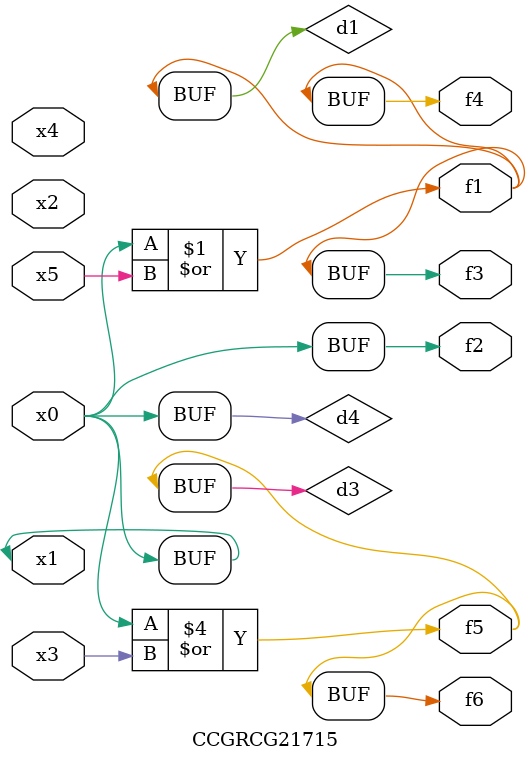
<source format=v>
module CCGRCG21715(
	input x0, x1, x2, x3, x4, x5,
	output f1, f2, f3, f4, f5, f6
);

	wire d1, d2, d3, d4;

	or (d1, x0, x5);
	xnor (d2, x1, x4);
	or (d3, x0, x3);
	buf (d4, x0, x1);
	assign f1 = d1;
	assign f2 = d4;
	assign f3 = d1;
	assign f4 = d1;
	assign f5 = d3;
	assign f6 = d3;
endmodule

</source>
